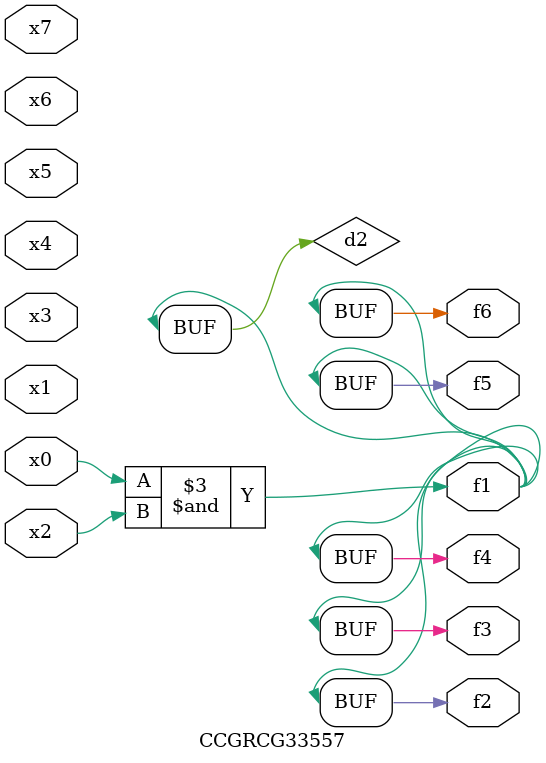
<source format=v>
module CCGRCG33557(
	input x0, x1, x2, x3, x4, x5, x6, x7,
	output f1, f2, f3, f4, f5, f6
);

	wire d1, d2;

	nor (d1, x3, x6);
	and (d2, x0, x2);
	assign f1 = d2;
	assign f2 = d2;
	assign f3 = d2;
	assign f4 = d2;
	assign f5 = d2;
	assign f6 = d2;
endmodule

</source>
